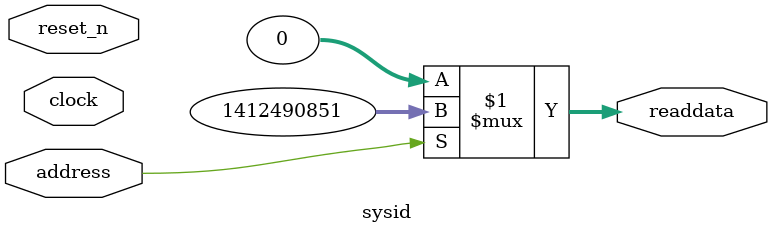
<source format=v>

`timescale 1ns / 1ps
// synthesis translate_on

// turn off superfluous verilog processor warnings 
// altera message_level Level1 
// altera message_off 10034 10035 10036 10037 10230 10240 10030 

module sysid (
               // inputs:
                address,
                clock,
                reset_n,

               // outputs:
                readdata
             )
;

  output  [ 31: 0] readdata;
  input            address;
  input            clock;
  input            reset_n;

  wire    [ 31: 0] readdata;
  //control_slave, which is an e_avalon_slave
  assign readdata = address ? 1412490851 : 0;

endmodule


</source>
